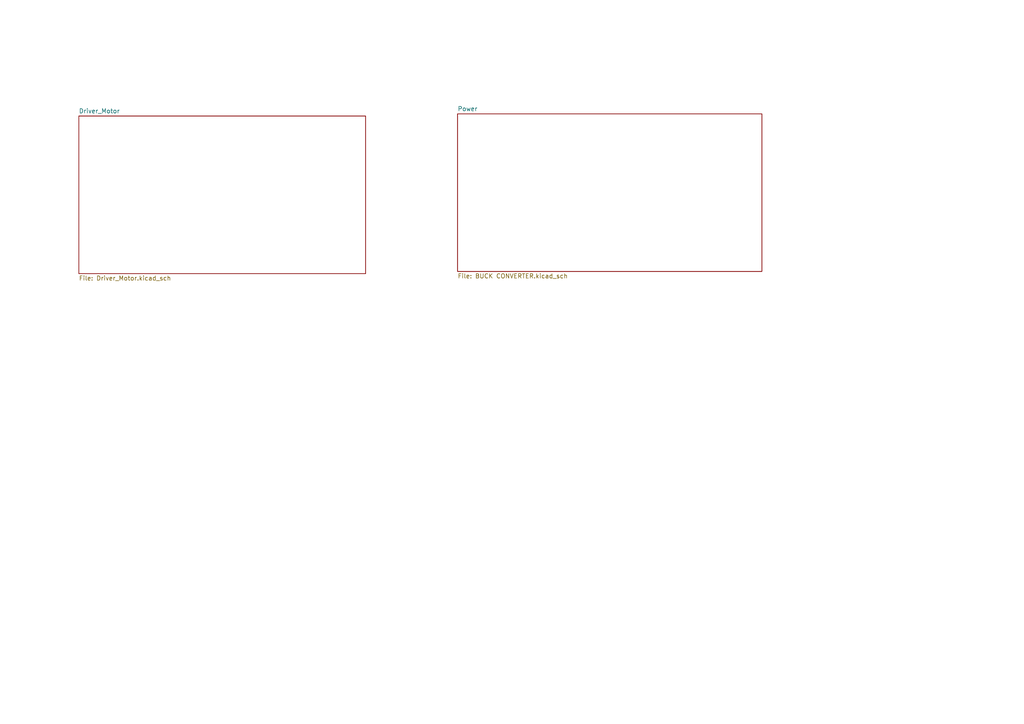
<source format=kicad_sch>
(kicad_sch (version 20230121) (generator eeschema)
  (paper "A4")
  (lib_symbols)
  (sheet (at 132.715 33.02) (size 88.265 45.72) (stroke (width 0.1524))
    (property "Sheetname" "Power" (at 132.715 32.3084 0) (effects (justify left bottom)))
    (property "Sheetfile" "BUCK CONVERTER.kicad_sch" (at 132.715 79.3246 0) (effects (justify left top)))
  )
  (sheet (at 22.86 33.655) (size 83.185 45.72) (stroke (width 0.1524))
    (property "Sheetname" "Driver_Motor" (at 22.86 32.9434 0) (effects (justify left bottom)))
    (property "Sheetfile" "Driver_Motor.kicad_sch" (at 22.86 79.9596 0) (effects (justify left top)))
  )
)
</source>
